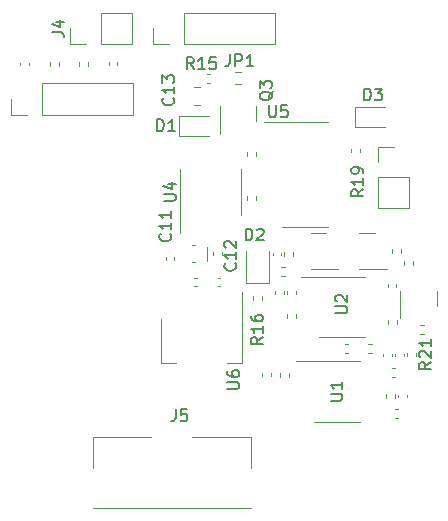
<source format=gbr>
%TF.GenerationSoftware,KiCad,Pcbnew,(6.0.1)*%
%TF.CreationDate,2022-04-08T22:05:58-07:00*%
%TF.ProjectId,well-depth-battery,77656c6c-2d64-4657-9074-682d62617474,1*%
%TF.SameCoordinates,Original*%
%TF.FileFunction,Legend,Top*%
%TF.FilePolarity,Positive*%
%FSLAX46Y46*%
G04 Gerber Fmt 4.6, Leading zero omitted, Abs format (unit mm)*
G04 Created by KiCad (PCBNEW (6.0.1)) date 2022-04-08 22:05:58*
%MOMM*%
%LPD*%
G01*
G04 APERTURE LIST*
%ADD10C,0.150000*%
%ADD11C,0.120000*%
G04 APERTURE END LIST*
D10*
%TO.C,J4*%
X75872380Y-78833333D02*
X76586666Y-78833333D01*
X76729523Y-78880952D01*
X76824761Y-78976190D01*
X76872380Y-79119047D01*
X76872380Y-79214285D01*
X76205714Y-77928571D02*
X76872380Y-77928571D01*
X75824761Y-78166666D02*
X76539047Y-78404761D01*
X76539047Y-77785714D01*
%TO.C,C12*%
X91357142Y-98392857D02*
X91404761Y-98440476D01*
X91452380Y-98583333D01*
X91452380Y-98678571D01*
X91404761Y-98821428D01*
X91309523Y-98916666D01*
X91214285Y-98964285D01*
X91023809Y-99011904D01*
X90880952Y-99011904D01*
X90690476Y-98964285D01*
X90595238Y-98916666D01*
X90500000Y-98821428D01*
X90452380Y-98678571D01*
X90452380Y-98583333D01*
X90500000Y-98440476D01*
X90547619Y-98392857D01*
X91452380Y-97440476D02*
X91452380Y-98011904D01*
X91452380Y-97726190D02*
X90452380Y-97726190D01*
X90595238Y-97821428D01*
X90690476Y-97916666D01*
X90738095Y-98011904D01*
X90547619Y-97059523D02*
X90500000Y-97011904D01*
X90452380Y-96916666D01*
X90452380Y-96678571D01*
X90500000Y-96583333D01*
X90547619Y-96535714D01*
X90642857Y-96488095D01*
X90738095Y-96488095D01*
X90880952Y-96535714D01*
X91452380Y-97107142D01*
X91452380Y-96488095D01*
%TO.C,R21*%
X107952380Y-106747857D02*
X107476190Y-107081190D01*
X107952380Y-107319285D02*
X106952380Y-107319285D01*
X106952380Y-106938333D01*
X107000000Y-106843095D01*
X107047619Y-106795476D01*
X107142857Y-106747857D01*
X107285714Y-106747857D01*
X107380952Y-106795476D01*
X107428571Y-106843095D01*
X107476190Y-106938333D01*
X107476190Y-107319285D01*
X107047619Y-106366904D02*
X107000000Y-106319285D01*
X106952380Y-106224047D01*
X106952380Y-105985952D01*
X107000000Y-105890714D01*
X107047619Y-105843095D01*
X107142857Y-105795476D01*
X107238095Y-105795476D01*
X107380952Y-105843095D01*
X107952380Y-106414523D01*
X107952380Y-105795476D01*
X107952380Y-104843095D02*
X107952380Y-105414523D01*
X107952380Y-105128809D02*
X106952380Y-105128809D01*
X107095238Y-105224047D01*
X107190476Y-105319285D01*
X107238095Y-105414523D01*
%TO.C,C13*%
X86107142Y-84392857D02*
X86154761Y-84440476D01*
X86202380Y-84583333D01*
X86202380Y-84678571D01*
X86154761Y-84821428D01*
X86059523Y-84916666D01*
X85964285Y-84964285D01*
X85773809Y-85011904D01*
X85630952Y-85011904D01*
X85440476Y-84964285D01*
X85345238Y-84916666D01*
X85250000Y-84821428D01*
X85202380Y-84678571D01*
X85202380Y-84583333D01*
X85250000Y-84440476D01*
X85297619Y-84392857D01*
X86202380Y-83440476D02*
X86202380Y-84011904D01*
X86202380Y-83726190D02*
X85202380Y-83726190D01*
X85345238Y-83821428D01*
X85440476Y-83916666D01*
X85488095Y-84011904D01*
X85202380Y-83107142D02*
X85202380Y-82488095D01*
X85583333Y-82821428D01*
X85583333Y-82678571D01*
X85630952Y-82583333D01*
X85678571Y-82535714D01*
X85773809Y-82488095D01*
X86011904Y-82488095D01*
X86107142Y-82535714D01*
X86154761Y-82583333D01*
X86202380Y-82678571D01*
X86202380Y-82964285D01*
X86154761Y-83059523D01*
X86107142Y-83107142D01*
%TO.C,J5*%
X86314666Y-110757380D02*
X86314666Y-111471666D01*
X86267047Y-111614523D01*
X86171809Y-111709761D01*
X86028952Y-111757380D01*
X85933714Y-111757380D01*
X87267047Y-110757380D02*
X86790857Y-110757380D01*
X86743238Y-111233571D01*
X86790857Y-111185952D01*
X86886095Y-111138333D01*
X87124190Y-111138333D01*
X87219428Y-111185952D01*
X87267047Y-111233571D01*
X87314666Y-111328809D01*
X87314666Y-111566904D01*
X87267047Y-111662142D01*
X87219428Y-111709761D01*
X87124190Y-111757380D01*
X86886095Y-111757380D01*
X86790857Y-111709761D01*
X86743238Y-111662142D01*
%TO.C,C11*%
X85857142Y-95892857D02*
X85904761Y-95940476D01*
X85952380Y-96083333D01*
X85952380Y-96178571D01*
X85904761Y-96321428D01*
X85809523Y-96416666D01*
X85714285Y-96464285D01*
X85523809Y-96511904D01*
X85380952Y-96511904D01*
X85190476Y-96464285D01*
X85095238Y-96416666D01*
X85000000Y-96321428D01*
X84952380Y-96178571D01*
X84952380Y-96083333D01*
X85000000Y-95940476D01*
X85047619Y-95892857D01*
X85952380Y-94940476D02*
X85952380Y-95511904D01*
X85952380Y-95226190D02*
X84952380Y-95226190D01*
X85095238Y-95321428D01*
X85190476Y-95416666D01*
X85238095Y-95511904D01*
X85952380Y-93988095D02*
X85952380Y-94559523D01*
X85952380Y-94273809D02*
X84952380Y-94273809D01*
X85095238Y-94369047D01*
X85190476Y-94464285D01*
X85238095Y-94559523D01*
%TO.C,U6*%
X90702380Y-109011904D02*
X91511904Y-109011904D01*
X91607142Y-108964285D01*
X91654761Y-108916666D01*
X91702380Y-108821428D01*
X91702380Y-108630952D01*
X91654761Y-108535714D01*
X91607142Y-108488095D01*
X91511904Y-108440476D01*
X90702380Y-108440476D01*
X90702380Y-107535714D02*
X90702380Y-107726190D01*
X90750000Y-107821428D01*
X90797619Y-107869047D01*
X90940476Y-107964285D01*
X91130952Y-108011904D01*
X91511904Y-108011904D01*
X91607142Y-107964285D01*
X91654761Y-107916666D01*
X91702380Y-107821428D01*
X91702380Y-107630952D01*
X91654761Y-107535714D01*
X91607142Y-107488095D01*
X91511904Y-107440476D01*
X91273809Y-107440476D01*
X91178571Y-107488095D01*
X91130952Y-107535714D01*
X91083333Y-107630952D01*
X91083333Y-107821428D01*
X91130952Y-107916666D01*
X91178571Y-107964285D01*
X91273809Y-108011904D01*
%TO.C,D3*%
X102293904Y-84602380D02*
X102293904Y-83602380D01*
X102532000Y-83602380D01*
X102674857Y-83650000D01*
X102770095Y-83745238D01*
X102817714Y-83840476D01*
X102865333Y-84030952D01*
X102865333Y-84173809D01*
X102817714Y-84364285D01*
X102770095Y-84459523D01*
X102674857Y-84554761D01*
X102532000Y-84602380D01*
X102293904Y-84602380D01*
X103198666Y-83602380D02*
X103817714Y-83602380D01*
X103484380Y-83983333D01*
X103627238Y-83983333D01*
X103722476Y-84030952D01*
X103770095Y-84078571D01*
X103817714Y-84173809D01*
X103817714Y-84411904D01*
X103770095Y-84507142D01*
X103722476Y-84554761D01*
X103627238Y-84602380D01*
X103341523Y-84602380D01*
X103246285Y-84554761D01*
X103198666Y-84507142D01*
%TO.C,U2*%
X99857380Y-102616904D02*
X100666904Y-102616904D01*
X100762142Y-102569285D01*
X100809761Y-102521666D01*
X100857380Y-102426428D01*
X100857380Y-102235952D01*
X100809761Y-102140714D01*
X100762142Y-102093095D01*
X100666904Y-102045476D01*
X99857380Y-102045476D01*
X99952619Y-101616904D02*
X99905000Y-101569285D01*
X99857380Y-101474047D01*
X99857380Y-101235952D01*
X99905000Y-101140714D01*
X99952619Y-101093095D01*
X100047857Y-101045476D01*
X100143095Y-101045476D01*
X100285952Y-101093095D01*
X100857380Y-101664523D01*
X100857380Y-101045476D01*
%TO.C,R19*%
X102202380Y-92142857D02*
X101726190Y-92476190D01*
X102202380Y-92714285D02*
X101202380Y-92714285D01*
X101202380Y-92333333D01*
X101250000Y-92238095D01*
X101297619Y-92190476D01*
X101392857Y-92142857D01*
X101535714Y-92142857D01*
X101630952Y-92190476D01*
X101678571Y-92238095D01*
X101726190Y-92333333D01*
X101726190Y-92714285D01*
X102202380Y-91190476D02*
X102202380Y-91761904D01*
X102202380Y-91476190D02*
X101202380Y-91476190D01*
X101345238Y-91571428D01*
X101440476Y-91666666D01*
X101488095Y-91761904D01*
X102202380Y-90714285D02*
X102202380Y-90523809D01*
X102154761Y-90428571D01*
X102107142Y-90380952D01*
X101964285Y-90285714D01*
X101773809Y-90238095D01*
X101392857Y-90238095D01*
X101297619Y-90285714D01*
X101250000Y-90333333D01*
X101202380Y-90428571D01*
X101202380Y-90619047D01*
X101250000Y-90714285D01*
X101297619Y-90761904D01*
X101392857Y-90809523D01*
X101630952Y-90809523D01*
X101726190Y-90761904D01*
X101773809Y-90714285D01*
X101821428Y-90619047D01*
X101821428Y-90428571D01*
X101773809Y-90333333D01*
X101726190Y-90285714D01*
X101630952Y-90238095D01*
%TO.C,D2*%
X92261904Y-96452380D02*
X92261904Y-95452380D01*
X92500000Y-95452380D01*
X92642857Y-95500000D01*
X92738095Y-95595238D01*
X92785714Y-95690476D01*
X92833333Y-95880952D01*
X92833333Y-96023809D01*
X92785714Y-96214285D01*
X92738095Y-96309523D01*
X92642857Y-96404761D01*
X92500000Y-96452380D01*
X92261904Y-96452380D01*
X93214285Y-95547619D02*
X93261904Y-95500000D01*
X93357142Y-95452380D01*
X93595238Y-95452380D01*
X93690476Y-95500000D01*
X93738095Y-95547619D01*
X93785714Y-95642857D01*
X93785714Y-95738095D01*
X93738095Y-95880952D01*
X93166666Y-96452380D01*
X93785714Y-96452380D01*
%TO.C,JP1*%
X90916666Y-80702380D02*
X90916666Y-81416666D01*
X90869047Y-81559523D01*
X90773809Y-81654761D01*
X90630952Y-81702380D01*
X90535714Y-81702380D01*
X91392857Y-81702380D02*
X91392857Y-80702380D01*
X91773809Y-80702380D01*
X91869047Y-80750000D01*
X91916666Y-80797619D01*
X91964285Y-80892857D01*
X91964285Y-81035714D01*
X91916666Y-81130952D01*
X91869047Y-81178571D01*
X91773809Y-81226190D01*
X91392857Y-81226190D01*
X92916666Y-81702380D02*
X92345238Y-81702380D01*
X92630952Y-81702380D02*
X92630952Y-80702380D01*
X92535714Y-80845238D01*
X92440476Y-80940476D01*
X92345238Y-80988095D01*
%TO.C,Q3*%
X94547619Y-83845238D02*
X94500000Y-83940476D01*
X94404761Y-84035714D01*
X94261904Y-84178571D01*
X94214285Y-84273809D01*
X94214285Y-84369047D01*
X94452380Y-84321428D02*
X94404761Y-84416666D01*
X94309523Y-84511904D01*
X94119047Y-84559523D01*
X93785714Y-84559523D01*
X93595238Y-84511904D01*
X93500000Y-84416666D01*
X93452380Y-84321428D01*
X93452380Y-84130952D01*
X93500000Y-84035714D01*
X93595238Y-83940476D01*
X93785714Y-83892857D01*
X94119047Y-83892857D01*
X94309523Y-83940476D01*
X94404761Y-84035714D01*
X94452380Y-84130952D01*
X94452380Y-84321428D01*
X93452380Y-83559523D02*
X93452380Y-82940476D01*
X93833333Y-83273809D01*
X93833333Y-83130952D01*
X93880952Y-83035714D01*
X93928571Y-82988095D01*
X94023809Y-82940476D01*
X94261904Y-82940476D01*
X94357142Y-82988095D01*
X94404761Y-83035714D01*
X94452380Y-83130952D01*
X94452380Y-83416666D01*
X94404761Y-83511904D01*
X94357142Y-83559523D01*
%TO.C,U5*%
X94238095Y-85027380D02*
X94238095Y-85836904D01*
X94285714Y-85932142D01*
X94333333Y-85979761D01*
X94428571Y-86027380D01*
X94619047Y-86027380D01*
X94714285Y-85979761D01*
X94761904Y-85932142D01*
X94809523Y-85836904D01*
X94809523Y-85027380D01*
X95761904Y-85027380D02*
X95285714Y-85027380D01*
X95238095Y-85503571D01*
X95285714Y-85455952D01*
X95380952Y-85408333D01*
X95619047Y-85408333D01*
X95714285Y-85455952D01*
X95761904Y-85503571D01*
X95809523Y-85598809D01*
X95809523Y-85836904D01*
X95761904Y-85932142D01*
X95714285Y-85979761D01*
X95619047Y-86027380D01*
X95380952Y-86027380D01*
X95285714Y-85979761D01*
X95238095Y-85932142D01*
%TO.C,R16*%
X93702380Y-104642857D02*
X93226190Y-104976190D01*
X93702380Y-105214285D02*
X92702380Y-105214285D01*
X92702380Y-104833333D01*
X92750000Y-104738095D01*
X92797619Y-104690476D01*
X92892857Y-104642857D01*
X93035714Y-104642857D01*
X93130952Y-104690476D01*
X93178571Y-104738095D01*
X93226190Y-104833333D01*
X93226190Y-105214285D01*
X93702380Y-103690476D02*
X93702380Y-104261904D01*
X93702380Y-103976190D02*
X92702380Y-103976190D01*
X92845238Y-104071428D01*
X92940476Y-104166666D01*
X92988095Y-104261904D01*
X92702380Y-102833333D02*
X92702380Y-103023809D01*
X92750000Y-103119047D01*
X92797619Y-103166666D01*
X92940476Y-103261904D01*
X93130952Y-103309523D01*
X93511904Y-103309523D01*
X93607142Y-103261904D01*
X93654761Y-103214285D01*
X93702380Y-103119047D01*
X93702380Y-102928571D01*
X93654761Y-102833333D01*
X93607142Y-102785714D01*
X93511904Y-102738095D01*
X93273809Y-102738095D01*
X93178571Y-102785714D01*
X93130952Y-102833333D01*
X93083333Y-102928571D01*
X93083333Y-103119047D01*
X93130952Y-103214285D01*
X93178571Y-103261904D01*
X93273809Y-103309523D01*
%TO.C,D1*%
X84761904Y-87202380D02*
X84761904Y-86202380D01*
X85000000Y-86202380D01*
X85142857Y-86250000D01*
X85238095Y-86345238D01*
X85285714Y-86440476D01*
X85333333Y-86630952D01*
X85333333Y-86773809D01*
X85285714Y-86964285D01*
X85238095Y-87059523D01*
X85142857Y-87154761D01*
X85000000Y-87202380D01*
X84761904Y-87202380D01*
X86285714Y-87202380D02*
X85714285Y-87202380D01*
X86000000Y-87202380D02*
X86000000Y-86202380D01*
X85904761Y-86345238D01*
X85809523Y-86440476D01*
X85714285Y-86488095D01*
%TO.C,R15*%
X87857142Y-81952380D02*
X87523809Y-81476190D01*
X87285714Y-81952380D02*
X87285714Y-80952380D01*
X87666666Y-80952380D01*
X87761904Y-81000000D01*
X87809523Y-81047619D01*
X87857142Y-81142857D01*
X87857142Y-81285714D01*
X87809523Y-81380952D01*
X87761904Y-81428571D01*
X87666666Y-81476190D01*
X87285714Y-81476190D01*
X88809523Y-81952380D02*
X88238095Y-81952380D01*
X88523809Y-81952380D02*
X88523809Y-80952380D01*
X88428571Y-81095238D01*
X88333333Y-81190476D01*
X88238095Y-81238095D01*
X89714285Y-80952380D02*
X89238095Y-80952380D01*
X89190476Y-81428571D01*
X89238095Y-81380952D01*
X89333333Y-81333333D01*
X89571428Y-81333333D01*
X89666666Y-81380952D01*
X89714285Y-81428571D01*
X89761904Y-81523809D01*
X89761904Y-81761904D01*
X89714285Y-81857142D01*
X89666666Y-81904761D01*
X89571428Y-81952380D01*
X89333333Y-81952380D01*
X89238095Y-81904761D01*
X89190476Y-81857142D01*
%TO.C,U4*%
X85332380Y-93116904D02*
X86141904Y-93116904D01*
X86237142Y-93069285D01*
X86284761Y-93021666D01*
X86332380Y-92926428D01*
X86332380Y-92735952D01*
X86284761Y-92640714D01*
X86237142Y-92593095D01*
X86141904Y-92545476D01*
X85332380Y-92545476D01*
X85665714Y-91640714D02*
X86332380Y-91640714D01*
X85284761Y-91878809D02*
X85999047Y-92116904D01*
X85999047Y-91497857D01*
%TO.C,U1*%
X99452380Y-110011904D02*
X100261904Y-110011904D01*
X100357142Y-109964285D01*
X100404761Y-109916666D01*
X100452380Y-109821428D01*
X100452380Y-109630952D01*
X100404761Y-109535714D01*
X100357142Y-109488095D01*
X100261904Y-109440476D01*
X99452380Y-109440476D01*
X100452380Y-108440476D02*
X100452380Y-109011904D01*
X100452380Y-108726190D02*
X99452380Y-108726190D01*
X99595238Y-108821428D01*
X99690476Y-108916666D01*
X99738095Y-109011904D01*
D11*
%TO.C,C15*%
X88137836Y-100352500D02*
X87922164Y-100352500D01*
X88137836Y-99632500D02*
X87922164Y-99632500D01*
%TO.C,Q2*%
X102530000Y-98915000D02*
X104205000Y-98915000D01*
X102530000Y-98915000D02*
X101880000Y-98915000D01*
X102530000Y-95795000D02*
X101880000Y-95795000D01*
X102530000Y-95795000D02*
X103180000Y-95795000D01*
%TO.C,C3*%
X93670000Y-107932836D02*
X93670000Y-107717164D01*
X94390000Y-107932836D02*
X94390000Y-107717164D01*
%TO.C,R1*%
X104650000Y-97508641D02*
X104650000Y-97201359D01*
X105410000Y-97508641D02*
X105410000Y-97201359D01*
%TO.C,C7*%
X104640000Y-106252836D02*
X104640000Y-106037164D01*
X103920000Y-106252836D02*
X103920000Y-106037164D01*
%TO.C,J4*%
X80020000Y-79830000D02*
X80020000Y-77170000D01*
X80020000Y-79830000D02*
X82620000Y-79830000D01*
X77420000Y-79830000D02*
X77420000Y-78500000D01*
X82620000Y-79830000D02*
X82620000Y-77170000D01*
X80020000Y-77170000D02*
X82620000Y-77170000D01*
X78750000Y-79830000D02*
X77420000Y-79830000D01*
%TO.C,C9*%
X105015000Y-100142164D02*
X105015000Y-100357836D01*
X104295000Y-100142164D02*
X104295000Y-100357836D01*
%TO.C,C12*%
X90210000Y-97692836D02*
X90210000Y-97477164D01*
X89490000Y-97692836D02*
X89490000Y-97477164D01*
%TO.C,C6*%
X104887836Y-107985000D02*
X104672164Y-107985000D01*
X104887836Y-107265000D02*
X104672164Y-107265000D01*
%TO.C,R5*%
X78912000Y-81663641D02*
X78912000Y-81356359D01*
X78152000Y-81663641D02*
X78152000Y-81356359D01*
%TO.C,R8*%
X104910000Y-109768641D02*
X104910000Y-109461359D01*
X104150000Y-109768641D02*
X104150000Y-109461359D01*
%TO.C,Y1*%
X87950000Y-96885000D02*
X87750000Y-96885000D01*
X88950000Y-98185000D02*
X88950000Y-96985000D01*
X87950000Y-98285000D02*
X87750000Y-98285000D01*
%TO.C,R9*%
X93160000Y-89268641D02*
X93160000Y-88961359D01*
X92400000Y-89268641D02*
X92400000Y-88961359D01*
%TO.C,R21*%
X106660000Y-106258641D02*
X106660000Y-105951359D01*
X105900000Y-106258641D02*
X105900000Y-105951359D01*
%TO.C,C13*%
X88363252Y-84965000D02*
X87840748Y-84965000D01*
X88363252Y-83495000D02*
X87840748Y-83495000D01*
%TO.C,J5*%
X79300000Y-113100000D02*
X84250000Y-113100000D01*
X92700000Y-119100000D02*
X79300000Y-119100000D01*
X92700000Y-113100000D02*
X87750000Y-113100000D01*
X79300000Y-113100000D02*
X79300000Y-115700000D01*
X92700000Y-113100000D02*
X92700000Y-115700000D01*
%TO.C,R2*%
X107315641Y-103620000D02*
X107008359Y-103620000D01*
X107315641Y-104380000D02*
X107008359Y-104380000D01*
%TO.C,J2*%
X73750000Y-85830000D02*
X72420000Y-85830000D01*
X75020000Y-85830000D02*
X75020000Y-83170000D01*
X82700000Y-85830000D02*
X82700000Y-83170000D01*
X72420000Y-85830000D02*
X72420000Y-84500000D01*
X75020000Y-83170000D02*
X82700000Y-83170000D01*
X75020000Y-85830000D02*
X82700000Y-85830000D01*
%TO.C,C14*%
X89902164Y-99632500D02*
X90117836Y-99632500D01*
X89902164Y-100352500D02*
X90117836Y-100352500D01*
%TO.C,C8*%
X95795000Y-100962836D02*
X95795000Y-100747164D01*
X96515000Y-100962836D02*
X96515000Y-100747164D01*
%TO.C,C11*%
X86210000Y-97892164D02*
X86210000Y-98107836D01*
X85490000Y-97892164D02*
X85490000Y-98107836D01*
%TO.C,U6*%
X85100000Y-106865000D02*
X86360000Y-106865000D01*
X91920000Y-100855000D02*
X91920000Y-106865000D01*
X85100000Y-103105000D02*
X85100000Y-106865000D01*
X91920000Y-106865000D02*
X90660000Y-106865000D01*
%TO.C,J3*%
X84420000Y-79830000D02*
X84420000Y-78500000D01*
X87020000Y-79830000D02*
X94700000Y-79830000D01*
X87020000Y-77170000D02*
X94700000Y-77170000D01*
X94700000Y-79830000D02*
X94700000Y-77170000D01*
X87020000Y-79830000D02*
X87020000Y-77170000D01*
X85750000Y-79830000D02*
X84420000Y-79830000D01*
%TO.C,D3*%
X101532000Y-86850000D02*
X104082000Y-86850000D01*
X101532000Y-85150000D02*
X104082000Y-85150000D01*
X101532000Y-85150000D02*
X101532000Y-86850000D01*
%TO.C,U2*%
X100405000Y-99545000D02*
X96955000Y-99545000D01*
X100405000Y-104665000D02*
X102355000Y-104665000D01*
X100405000Y-104665000D02*
X98455000Y-104665000D01*
X100405000Y-99545000D02*
X102355000Y-99545000D01*
%TO.C,C4*%
X105890000Y-109722836D02*
X105890000Y-109507164D01*
X105170000Y-109722836D02*
X105170000Y-109507164D01*
%TO.C,R19*%
X101910000Y-88701359D02*
X101910000Y-89008641D01*
X101150000Y-88701359D02*
X101150000Y-89008641D01*
%TO.C,Q1*%
X105350000Y-101387500D02*
X105350000Y-100737500D01*
X108470000Y-101387500D02*
X108470000Y-102037500D01*
X108470000Y-101387500D02*
X108470000Y-100737500D01*
X105350000Y-101387500D02*
X105350000Y-103062500D01*
%TO.C,R20*%
X105183641Y-111505000D02*
X104876359Y-111505000D01*
X105183641Y-110745000D02*
X104876359Y-110745000D01*
%TO.C,R3*%
X105650000Y-98508641D02*
X105650000Y-98201359D01*
X106410000Y-98508641D02*
X106410000Y-98201359D01*
%TO.C,D2*%
X92320000Y-97355000D02*
X92320000Y-100040000D01*
X92320000Y-100040000D02*
X94240000Y-100040000D01*
X94240000Y-100040000D02*
X94240000Y-97355000D01*
%TO.C,C2*%
X81392000Y-81607836D02*
X81392000Y-81392164D01*
X80672000Y-81607836D02*
X80672000Y-81392164D01*
%TO.C,JP1*%
X91839258Y-82207500D02*
X91364742Y-82207500D01*
X91839258Y-83252500D02*
X91364742Y-83252500D01*
%TO.C,R13*%
X102626359Y-105245000D02*
X102933641Y-105245000D01*
X102626359Y-106005000D02*
X102933641Y-106005000D01*
%TO.C,Q3*%
X90042000Y-85730000D02*
X90042000Y-85080000D01*
X93162000Y-85730000D02*
X93162000Y-86380000D01*
X93162000Y-85730000D02*
X93162000Y-85080000D01*
X90042000Y-85730000D02*
X90042000Y-87405000D01*
%TO.C,C1*%
X73892000Y-81617836D02*
X73892000Y-81402164D01*
X73172000Y-81617836D02*
X73172000Y-81402164D01*
%TO.C,U5*%
X97280000Y-86420000D02*
X93830000Y-86420000D01*
X97280000Y-86420000D02*
X99230000Y-86420000D01*
X97280000Y-95290000D02*
X99230000Y-95290000D01*
X97280000Y-95290000D02*
X95330000Y-95290000D01*
%TO.C,R17*%
X95558641Y-98725000D02*
X95251359Y-98725000D01*
X95558641Y-99485000D02*
X95251359Y-99485000D01*
%TO.C,R16*%
X92900000Y-101201359D02*
X92900000Y-101508641D01*
X93660000Y-101201359D02*
X93660000Y-101508641D01*
%TO.C,R7*%
X95150000Y-107671359D02*
X95150000Y-107978641D01*
X95910000Y-107671359D02*
X95910000Y-107978641D01*
%TO.C,R10*%
X92400000Y-92701359D02*
X92400000Y-93008641D01*
X93160000Y-92701359D02*
X93160000Y-93008641D01*
%TO.C,D1*%
X86602000Y-85880000D02*
X86602000Y-87580000D01*
X86602000Y-87580000D02*
X89152000Y-87580000D01*
X86602000Y-85880000D02*
X89152000Y-85880000D01*
%TO.C,C5*%
X105640000Y-106252836D02*
X105640000Y-106037164D01*
X104920000Y-106252836D02*
X104920000Y-106037164D01*
%TO.C,R14*%
X95535000Y-101008641D02*
X95535000Y-100701359D01*
X94775000Y-101008641D02*
X94775000Y-100701359D01*
%TO.C,R18*%
X95525000Y-97758641D02*
X95525000Y-97451359D01*
X96285000Y-97758641D02*
X96285000Y-97451359D01*
%TO.C,R15*%
X88948359Y-83110000D02*
X89255641Y-83110000D01*
X88948359Y-82350000D02*
X89255641Y-82350000D01*
%TO.C,C10*%
X95265000Y-97712836D02*
X95265000Y-97497164D01*
X94545000Y-97712836D02*
X94545000Y-97497164D01*
%TO.C,R6*%
X104300000Y-103508641D02*
X104300000Y-103201359D01*
X105060000Y-103508641D02*
X105060000Y-103201359D01*
%TO.C,R12*%
X100626359Y-106005000D02*
X100933641Y-106005000D01*
X100626359Y-105245000D02*
X100933641Y-105245000D01*
%TO.C,R11*%
X96480000Y-103008641D02*
X96480000Y-102701359D01*
X95720000Y-103008641D02*
X95720000Y-102701359D01*
%TO.C,R4*%
X76412000Y-81653641D02*
X76412000Y-81346359D01*
X75652000Y-81653641D02*
X75652000Y-81346359D01*
%TO.C,U4*%
X86720000Y-92355000D02*
X86720000Y-95805000D01*
X86720000Y-92355000D02*
X86720000Y-90405000D01*
X91840000Y-92355000D02*
X91840000Y-94305000D01*
X91840000Y-92355000D02*
X91840000Y-90405000D01*
%TO.C,J1*%
X103450000Y-88525000D02*
X104780000Y-88525000D01*
X103450000Y-91125000D02*
X106110000Y-91125000D01*
X103450000Y-91125000D02*
X103450000Y-93725000D01*
X106110000Y-91125000D02*
X106110000Y-93725000D01*
X103450000Y-89855000D02*
X103450000Y-88525000D01*
X103450000Y-93725000D02*
X106110000Y-93725000D01*
%TO.C,U1*%
X100000000Y-106690000D02*
X96550000Y-106690000D01*
X100000000Y-106690000D02*
X101950000Y-106690000D01*
X100000000Y-111810000D02*
X98050000Y-111810000D01*
X100000000Y-111810000D02*
X101950000Y-111810000D01*
%TO.C,U3*%
X98405000Y-98915000D02*
X97755000Y-98915000D01*
X98405000Y-95795000D02*
X97755000Y-95795000D01*
X98405000Y-95795000D02*
X99055000Y-95795000D01*
X98405000Y-98915000D02*
X100080000Y-98915000D01*
%TD*%
M02*

</source>
